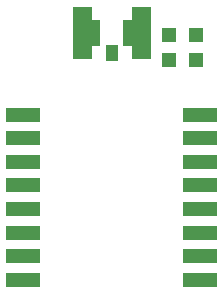
<source format=gbr>
G04 EAGLE Gerber RS-274X export*
G75*
%MOMM*%
%FSLAX34Y34*%
%LPD*%
%INSolderpaste Top*%
%IPPOS*%
%AMOC8*
5,1,8,0,0,1.08239X$1,22.5*%
G01*
%ADD10R,1.200000X1.200000*%
%ADD11R,1.600000X4.400000*%
%ADD12R,1.000000X1.400000*%
%ADD13R,3.000000X1.200000*%

G36*
X541005Y510891D02*
X541005Y510891D01*
X541005Y510892D01*
X541005Y554892D01*
X541001Y554897D01*
X541000Y554897D01*
X525000Y554897D01*
X524995Y554893D01*
X524995Y554892D01*
X524995Y543707D01*
X518000Y543707D01*
X517995Y543703D01*
X517995Y543702D01*
X517995Y521702D01*
X517999Y521697D01*
X518000Y521697D01*
X524995Y521697D01*
X524995Y510892D01*
X524999Y510887D01*
X525000Y510887D01*
X541000Y510887D01*
X541005Y510891D01*
G37*
G36*
X491005Y510891D02*
X491005Y510891D01*
X491005Y510892D01*
X491005Y521697D01*
X498000Y521697D01*
X498005Y521701D01*
X498005Y521702D01*
X498005Y543702D01*
X498001Y543707D01*
X498000Y543707D01*
X491005Y543707D01*
X491005Y554892D01*
X491001Y554897D01*
X491000Y554897D01*
X475000Y554897D01*
X474995Y554893D01*
X474995Y554892D01*
X474995Y510892D01*
X474999Y510887D01*
X475000Y510887D01*
X491000Y510887D01*
X491005Y510891D01*
G37*
D10*
X579120Y531200D03*
X579120Y510200D03*
X556260Y531200D03*
X556260Y510200D03*
D11*
X483000Y532892D03*
X533000Y532892D03*
D12*
X508000Y515892D03*
D13*
X583000Y323700D03*
X583000Y343700D03*
X433000Y323700D03*
X583000Y363700D03*
X583000Y383700D03*
X583000Y403700D03*
X583000Y423700D03*
X583000Y443700D03*
X583000Y463700D03*
X433000Y343700D03*
X433000Y363700D03*
X433000Y383700D03*
X433000Y403700D03*
X433000Y423700D03*
X433000Y443700D03*
X433000Y463700D03*
M02*

</source>
